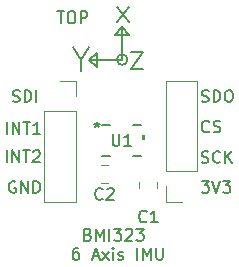
<source format=gbr>
%TF.GenerationSoftware,KiCad,Pcbnew,9.0.2*%
%TF.CreationDate,2025-06-11T13:19:55-07:00*%
%TF.ProjectId,IMU_Breakout,494d555f-4272-4656-916b-6f75742e6b69,0.1*%
%TF.SameCoordinates,Original*%
%TF.FileFunction,Legend,Top*%
%TF.FilePolarity,Positive*%
%FSLAX46Y46*%
G04 Gerber Fmt 4.6, Leading zero omitted, Abs format (unit mm)*
G04 Created by KiCad (PCBNEW 9.0.2) date 2025-06-11 13:19:55*
%MOMM*%
%LPD*%
G01*
G04 APERTURE LIST*
%ADD10C,0.150000*%
%ADD11C,0.120000*%
%ADD12C,0.152400*%
%ADD13C,0.000000*%
G04 APERTURE END LIST*
D10*
X224893922Y-113369819D02*
X225465350Y-113369819D01*
X225179636Y-114369819D02*
X225179636Y-113369819D01*
X225989160Y-113369819D02*
X226179636Y-113369819D01*
X226179636Y-113369819D02*
X226274874Y-113417438D01*
X226274874Y-113417438D02*
X226370112Y-113512676D01*
X226370112Y-113512676D02*
X226417731Y-113703152D01*
X226417731Y-113703152D02*
X226417731Y-114036485D01*
X226417731Y-114036485D02*
X226370112Y-114226961D01*
X226370112Y-114226961D02*
X226274874Y-114322200D01*
X226274874Y-114322200D02*
X226179636Y-114369819D01*
X226179636Y-114369819D02*
X225989160Y-114369819D01*
X225989160Y-114369819D02*
X225893922Y-114322200D01*
X225893922Y-114322200D02*
X225798684Y-114226961D01*
X225798684Y-114226961D02*
X225751065Y-114036485D01*
X225751065Y-114036485D02*
X225751065Y-113703152D01*
X225751065Y-113703152D02*
X225798684Y-113512676D01*
X225798684Y-113512676D02*
X225893922Y-113417438D01*
X225893922Y-113417438D02*
X225989160Y-113369819D01*
X226846303Y-114369819D02*
X226846303Y-113369819D01*
X226846303Y-113369819D02*
X227227255Y-113369819D01*
X227227255Y-113369819D02*
X227322493Y-113417438D01*
X227322493Y-113417438D02*
X227370112Y-113465057D01*
X227370112Y-113465057D02*
X227417731Y-113560295D01*
X227417731Y-113560295D02*
X227417731Y-113703152D01*
X227417731Y-113703152D02*
X227370112Y-113798390D01*
X227370112Y-113798390D02*
X227322493Y-113846009D01*
X227322493Y-113846009D02*
X227227255Y-113893628D01*
X227227255Y-113893628D02*
X226846303Y-113893628D01*
X229750000Y-115375000D02*
X230950000Y-115375000D01*
X228275000Y-118050000D02*
X228275000Y-116850000D01*
X230375000Y-117450000D02*
X227575000Y-117450000D01*
X230821542Y-117450000D02*
G75*
G02*
X229928458Y-117450000I-446542J0D01*
G01*
X229928458Y-117450000D02*
G75*
G02*
X230821542Y-117450000I446542J0D01*
G01*
X230350000Y-114675000D02*
X230950000Y-115375000D01*
X227575000Y-117450000D02*
X228275000Y-118050000D01*
X230350000Y-114675000D02*
X229750000Y-115375000D01*
X230350000Y-117475000D02*
X230350000Y-114675000D01*
X227575000Y-117450000D02*
X228275000Y-116850000D01*
X221114160Y-120997200D02*
X221257017Y-121044819D01*
X221257017Y-121044819D02*
X221495112Y-121044819D01*
X221495112Y-121044819D02*
X221590350Y-120997200D01*
X221590350Y-120997200D02*
X221637969Y-120949580D01*
X221637969Y-120949580D02*
X221685588Y-120854342D01*
X221685588Y-120854342D02*
X221685588Y-120759104D01*
X221685588Y-120759104D02*
X221637969Y-120663866D01*
X221637969Y-120663866D02*
X221590350Y-120616247D01*
X221590350Y-120616247D02*
X221495112Y-120568628D01*
X221495112Y-120568628D02*
X221304636Y-120521009D01*
X221304636Y-120521009D02*
X221209398Y-120473390D01*
X221209398Y-120473390D02*
X221161779Y-120425771D01*
X221161779Y-120425771D02*
X221114160Y-120330533D01*
X221114160Y-120330533D02*
X221114160Y-120235295D01*
X221114160Y-120235295D02*
X221161779Y-120140057D01*
X221161779Y-120140057D02*
X221209398Y-120092438D01*
X221209398Y-120092438D02*
X221304636Y-120044819D01*
X221304636Y-120044819D02*
X221542731Y-120044819D01*
X221542731Y-120044819D02*
X221685588Y-120092438D01*
X222114160Y-121044819D02*
X222114160Y-120044819D01*
X222114160Y-120044819D02*
X222352255Y-120044819D01*
X222352255Y-120044819D02*
X222495112Y-120092438D01*
X222495112Y-120092438D02*
X222590350Y-120187676D01*
X222590350Y-120187676D02*
X222637969Y-120282914D01*
X222637969Y-120282914D02*
X222685588Y-120473390D01*
X222685588Y-120473390D02*
X222685588Y-120616247D01*
X222685588Y-120616247D02*
X222637969Y-120806723D01*
X222637969Y-120806723D02*
X222590350Y-120901961D01*
X222590350Y-120901961D02*
X222495112Y-120997200D01*
X222495112Y-120997200D02*
X222352255Y-121044819D01*
X222352255Y-121044819D02*
X222114160Y-121044819D01*
X223114160Y-121044819D02*
X223114160Y-120044819D01*
X237089160Y-126147200D02*
X237232017Y-126194819D01*
X237232017Y-126194819D02*
X237470112Y-126194819D01*
X237470112Y-126194819D02*
X237565350Y-126147200D01*
X237565350Y-126147200D02*
X237612969Y-126099580D01*
X237612969Y-126099580D02*
X237660588Y-126004342D01*
X237660588Y-126004342D02*
X237660588Y-125909104D01*
X237660588Y-125909104D02*
X237612969Y-125813866D01*
X237612969Y-125813866D02*
X237565350Y-125766247D01*
X237565350Y-125766247D02*
X237470112Y-125718628D01*
X237470112Y-125718628D02*
X237279636Y-125671009D01*
X237279636Y-125671009D02*
X237184398Y-125623390D01*
X237184398Y-125623390D02*
X237136779Y-125575771D01*
X237136779Y-125575771D02*
X237089160Y-125480533D01*
X237089160Y-125480533D02*
X237089160Y-125385295D01*
X237089160Y-125385295D02*
X237136779Y-125290057D01*
X237136779Y-125290057D02*
X237184398Y-125242438D01*
X237184398Y-125242438D02*
X237279636Y-125194819D01*
X237279636Y-125194819D02*
X237517731Y-125194819D01*
X237517731Y-125194819D02*
X237660588Y-125242438D01*
X238660588Y-126099580D02*
X238612969Y-126147200D01*
X238612969Y-126147200D02*
X238470112Y-126194819D01*
X238470112Y-126194819D02*
X238374874Y-126194819D01*
X238374874Y-126194819D02*
X238232017Y-126147200D01*
X238232017Y-126147200D02*
X238136779Y-126051961D01*
X238136779Y-126051961D02*
X238089160Y-125956723D01*
X238089160Y-125956723D02*
X238041541Y-125766247D01*
X238041541Y-125766247D02*
X238041541Y-125623390D01*
X238041541Y-125623390D02*
X238089160Y-125432914D01*
X238089160Y-125432914D02*
X238136779Y-125337676D01*
X238136779Y-125337676D02*
X238232017Y-125242438D01*
X238232017Y-125242438D02*
X238374874Y-125194819D01*
X238374874Y-125194819D02*
X238470112Y-125194819D01*
X238470112Y-125194819D02*
X238612969Y-125242438D01*
X238612969Y-125242438D02*
X238660588Y-125290057D01*
X239089160Y-126194819D02*
X239089160Y-125194819D01*
X239660588Y-126194819D02*
X239232017Y-125623390D01*
X239660588Y-125194819D02*
X239089160Y-125766247D01*
X226905826Y-117470057D02*
X226905826Y-118422438D01*
X226239160Y-116422438D02*
X226905826Y-117470057D01*
X226905826Y-117470057D02*
X227572493Y-116422438D01*
X220611779Y-123719819D02*
X220611779Y-122719819D01*
X221087969Y-123719819D02*
X221087969Y-122719819D01*
X221087969Y-122719819D02*
X221659397Y-123719819D01*
X221659397Y-123719819D02*
X221659397Y-122719819D01*
X221992731Y-122719819D02*
X222564159Y-122719819D01*
X222278445Y-123719819D02*
X222278445Y-122719819D01*
X223421302Y-123719819D02*
X222849874Y-123719819D01*
X223135588Y-123719819D02*
X223135588Y-122719819D01*
X223135588Y-122719819D02*
X223040350Y-122862676D01*
X223040350Y-122862676D02*
X222945112Y-122957914D01*
X222945112Y-122957914D02*
X222849874Y-123005533D01*
X237114160Y-120997200D02*
X237257017Y-121044819D01*
X237257017Y-121044819D02*
X237495112Y-121044819D01*
X237495112Y-121044819D02*
X237590350Y-120997200D01*
X237590350Y-120997200D02*
X237637969Y-120949580D01*
X237637969Y-120949580D02*
X237685588Y-120854342D01*
X237685588Y-120854342D02*
X237685588Y-120759104D01*
X237685588Y-120759104D02*
X237637969Y-120663866D01*
X237637969Y-120663866D02*
X237590350Y-120616247D01*
X237590350Y-120616247D02*
X237495112Y-120568628D01*
X237495112Y-120568628D02*
X237304636Y-120521009D01*
X237304636Y-120521009D02*
X237209398Y-120473390D01*
X237209398Y-120473390D02*
X237161779Y-120425771D01*
X237161779Y-120425771D02*
X237114160Y-120330533D01*
X237114160Y-120330533D02*
X237114160Y-120235295D01*
X237114160Y-120235295D02*
X237161779Y-120140057D01*
X237161779Y-120140057D02*
X237209398Y-120092438D01*
X237209398Y-120092438D02*
X237304636Y-120044819D01*
X237304636Y-120044819D02*
X237542731Y-120044819D01*
X237542731Y-120044819D02*
X237685588Y-120092438D01*
X238114160Y-121044819D02*
X238114160Y-120044819D01*
X238114160Y-120044819D02*
X238352255Y-120044819D01*
X238352255Y-120044819D02*
X238495112Y-120092438D01*
X238495112Y-120092438D02*
X238590350Y-120187676D01*
X238590350Y-120187676D02*
X238637969Y-120282914D01*
X238637969Y-120282914D02*
X238685588Y-120473390D01*
X238685588Y-120473390D02*
X238685588Y-120616247D01*
X238685588Y-120616247D02*
X238637969Y-120806723D01*
X238637969Y-120806723D02*
X238590350Y-120901961D01*
X238590350Y-120901961D02*
X238495112Y-120997200D01*
X238495112Y-120997200D02*
X238352255Y-121044819D01*
X238352255Y-121044819D02*
X238114160Y-121044819D01*
X239304636Y-120044819D02*
X239495112Y-120044819D01*
X239495112Y-120044819D02*
X239590350Y-120092438D01*
X239590350Y-120092438D02*
X239685588Y-120187676D01*
X239685588Y-120187676D02*
X239733207Y-120378152D01*
X239733207Y-120378152D02*
X239733207Y-120711485D01*
X239733207Y-120711485D02*
X239685588Y-120901961D01*
X239685588Y-120901961D02*
X239590350Y-120997200D01*
X239590350Y-120997200D02*
X239495112Y-121044819D01*
X239495112Y-121044819D02*
X239304636Y-121044819D01*
X239304636Y-121044819D02*
X239209398Y-120997200D01*
X239209398Y-120997200D02*
X239114160Y-120901961D01*
X239114160Y-120901961D02*
X239066541Y-120711485D01*
X239066541Y-120711485D02*
X239066541Y-120378152D01*
X239066541Y-120378152D02*
X239114160Y-120187676D01*
X239114160Y-120187676D02*
X239209398Y-120092438D01*
X239209398Y-120092438D02*
X239304636Y-120044819D01*
X221335588Y-127792438D02*
X221240350Y-127744819D01*
X221240350Y-127744819D02*
X221097493Y-127744819D01*
X221097493Y-127744819D02*
X220954636Y-127792438D01*
X220954636Y-127792438D02*
X220859398Y-127887676D01*
X220859398Y-127887676D02*
X220811779Y-127982914D01*
X220811779Y-127982914D02*
X220764160Y-128173390D01*
X220764160Y-128173390D02*
X220764160Y-128316247D01*
X220764160Y-128316247D02*
X220811779Y-128506723D01*
X220811779Y-128506723D02*
X220859398Y-128601961D01*
X220859398Y-128601961D02*
X220954636Y-128697200D01*
X220954636Y-128697200D02*
X221097493Y-128744819D01*
X221097493Y-128744819D02*
X221192731Y-128744819D01*
X221192731Y-128744819D02*
X221335588Y-128697200D01*
X221335588Y-128697200D02*
X221383207Y-128649580D01*
X221383207Y-128649580D02*
X221383207Y-128316247D01*
X221383207Y-128316247D02*
X221192731Y-128316247D01*
X221811779Y-128744819D02*
X221811779Y-127744819D01*
X221811779Y-127744819D02*
X222383207Y-128744819D01*
X222383207Y-128744819D02*
X222383207Y-127744819D01*
X222859398Y-128744819D02*
X222859398Y-127744819D01*
X222859398Y-127744819D02*
X223097493Y-127744819D01*
X223097493Y-127744819D02*
X223240350Y-127792438D01*
X223240350Y-127792438D02*
X223335588Y-127887676D01*
X223335588Y-127887676D02*
X223383207Y-127982914D01*
X223383207Y-127982914D02*
X223430826Y-128173390D01*
X223430826Y-128173390D02*
X223430826Y-128316247D01*
X223430826Y-128316247D02*
X223383207Y-128506723D01*
X223383207Y-128506723D02*
X223335588Y-128601961D01*
X223335588Y-128601961D02*
X223240350Y-128697200D01*
X223240350Y-128697200D02*
X223097493Y-128744819D01*
X223097493Y-128744819D02*
X222859398Y-128744819D01*
X220586779Y-126144819D02*
X220586779Y-125144819D01*
X221062969Y-126144819D02*
X221062969Y-125144819D01*
X221062969Y-125144819D02*
X221634397Y-126144819D01*
X221634397Y-126144819D02*
X221634397Y-125144819D01*
X221967731Y-125144819D02*
X222539159Y-125144819D01*
X222253445Y-126144819D02*
X222253445Y-125144819D01*
X222824874Y-125240057D02*
X222872493Y-125192438D01*
X222872493Y-125192438D02*
X222967731Y-125144819D01*
X222967731Y-125144819D02*
X223205826Y-125144819D01*
X223205826Y-125144819D02*
X223301064Y-125192438D01*
X223301064Y-125192438D02*
X223348683Y-125240057D01*
X223348683Y-125240057D02*
X223396302Y-125335295D01*
X223396302Y-125335295D02*
X223396302Y-125430533D01*
X223396302Y-125430533D02*
X223348683Y-125573390D01*
X223348683Y-125573390D02*
X222777255Y-126144819D01*
X222777255Y-126144819D02*
X223396302Y-126144819D01*
X229934398Y-114297438D02*
X230982017Y-112964104D01*
X229934398Y-112964104D02*
X230982017Y-114297438D01*
X237091541Y-127719819D02*
X237710588Y-127719819D01*
X237710588Y-127719819D02*
X237377255Y-128100771D01*
X237377255Y-128100771D02*
X237520112Y-128100771D01*
X237520112Y-128100771D02*
X237615350Y-128148390D01*
X237615350Y-128148390D02*
X237662969Y-128196009D01*
X237662969Y-128196009D02*
X237710588Y-128291247D01*
X237710588Y-128291247D02*
X237710588Y-128529342D01*
X237710588Y-128529342D02*
X237662969Y-128624580D01*
X237662969Y-128624580D02*
X237615350Y-128672200D01*
X237615350Y-128672200D02*
X237520112Y-128719819D01*
X237520112Y-128719819D02*
X237234398Y-128719819D01*
X237234398Y-128719819D02*
X237139160Y-128672200D01*
X237139160Y-128672200D02*
X237091541Y-128624580D01*
X237996303Y-127719819D02*
X238329636Y-128719819D01*
X238329636Y-128719819D02*
X238662969Y-127719819D01*
X238901065Y-127719819D02*
X239520112Y-127719819D01*
X239520112Y-127719819D02*
X239186779Y-128100771D01*
X239186779Y-128100771D02*
X239329636Y-128100771D01*
X239329636Y-128100771D02*
X239424874Y-128148390D01*
X239424874Y-128148390D02*
X239472493Y-128196009D01*
X239472493Y-128196009D02*
X239520112Y-128291247D01*
X239520112Y-128291247D02*
X239520112Y-128529342D01*
X239520112Y-128529342D02*
X239472493Y-128624580D01*
X239472493Y-128624580D02*
X239424874Y-128672200D01*
X239424874Y-128672200D02*
X239329636Y-128719819D01*
X239329636Y-128719819D02*
X239043922Y-128719819D01*
X239043922Y-128719819D02*
X238948684Y-128672200D01*
X238948684Y-128672200D02*
X238901065Y-128624580D01*
X231142969Y-116778628D02*
X232142969Y-116778628D01*
X232142969Y-116778628D02*
X231142969Y-118278628D01*
X231142969Y-118278628D02*
X232142969Y-118278628D01*
X227477381Y-132261065D02*
X227620238Y-132308684D01*
X227620238Y-132308684D02*
X227667857Y-132356303D01*
X227667857Y-132356303D02*
X227715476Y-132451541D01*
X227715476Y-132451541D02*
X227715476Y-132594398D01*
X227715476Y-132594398D02*
X227667857Y-132689636D01*
X227667857Y-132689636D02*
X227620238Y-132737256D01*
X227620238Y-132737256D02*
X227525000Y-132784875D01*
X227525000Y-132784875D02*
X227144048Y-132784875D01*
X227144048Y-132784875D02*
X227144048Y-131784875D01*
X227144048Y-131784875D02*
X227477381Y-131784875D01*
X227477381Y-131784875D02*
X227572619Y-131832494D01*
X227572619Y-131832494D02*
X227620238Y-131880113D01*
X227620238Y-131880113D02*
X227667857Y-131975351D01*
X227667857Y-131975351D02*
X227667857Y-132070589D01*
X227667857Y-132070589D02*
X227620238Y-132165827D01*
X227620238Y-132165827D02*
X227572619Y-132213446D01*
X227572619Y-132213446D02*
X227477381Y-132261065D01*
X227477381Y-132261065D02*
X227144048Y-132261065D01*
X228144048Y-132784875D02*
X228144048Y-131784875D01*
X228144048Y-131784875D02*
X228477381Y-132499160D01*
X228477381Y-132499160D02*
X228810714Y-131784875D01*
X228810714Y-131784875D02*
X228810714Y-132784875D01*
X229286905Y-132784875D02*
X229286905Y-131784875D01*
X229667857Y-131784875D02*
X230286904Y-131784875D01*
X230286904Y-131784875D02*
X229953571Y-132165827D01*
X229953571Y-132165827D02*
X230096428Y-132165827D01*
X230096428Y-132165827D02*
X230191666Y-132213446D01*
X230191666Y-132213446D02*
X230239285Y-132261065D01*
X230239285Y-132261065D02*
X230286904Y-132356303D01*
X230286904Y-132356303D02*
X230286904Y-132594398D01*
X230286904Y-132594398D02*
X230239285Y-132689636D01*
X230239285Y-132689636D02*
X230191666Y-132737256D01*
X230191666Y-132737256D02*
X230096428Y-132784875D01*
X230096428Y-132784875D02*
X229810714Y-132784875D01*
X229810714Y-132784875D02*
X229715476Y-132737256D01*
X229715476Y-132737256D02*
X229667857Y-132689636D01*
X230667857Y-131880113D02*
X230715476Y-131832494D01*
X230715476Y-131832494D02*
X230810714Y-131784875D01*
X230810714Y-131784875D02*
X231048809Y-131784875D01*
X231048809Y-131784875D02*
X231144047Y-131832494D01*
X231144047Y-131832494D02*
X231191666Y-131880113D01*
X231191666Y-131880113D02*
X231239285Y-131975351D01*
X231239285Y-131975351D02*
X231239285Y-132070589D01*
X231239285Y-132070589D02*
X231191666Y-132213446D01*
X231191666Y-132213446D02*
X230620238Y-132784875D01*
X230620238Y-132784875D02*
X231239285Y-132784875D01*
X231572619Y-131784875D02*
X232191666Y-131784875D01*
X232191666Y-131784875D02*
X231858333Y-132165827D01*
X231858333Y-132165827D02*
X232001190Y-132165827D01*
X232001190Y-132165827D02*
X232096428Y-132213446D01*
X232096428Y-132213446D02*
X232144047Y-132261065D01*
X232144047Y-132261065D02*
X232191666Y-132356303D01*
X232191666Y-132356303D02*
X232191666Y-132594398D01*
X232191666Y-132594398D02*
X232144047Y-132689636D01*
X232144047Y-132689636D02*
X232096428Y-132737256D01*
X232096428Y-132737256D02*
X232001190Y-132784875D01*
X232001190Y-132784875D02*
X231715476Y-132784875D01*
X231715476Y-132784875D02*
X231620238Y-132737256D01*
X231620238Y-132737256D02*
X231572619Y-132689636D01*
X226644047Y-133394819D02*
X226453571Y-133394819D01*
X226453571Y-133394819D02*
X226358333Y-133442438D01*
X226358333Y-133442438D02*
X226310714Y-133490057D01*
X226310714Y-133490057D02*
X226215476Y-133632914D01*
X226215476Y-133632914D02*
X226167857Y-133823390D01*
X226167857Y-133823390D02*
X226167857Y-134204342D01*
X226167857Y-134204342D02*
X226215476Y-134299580D01*
X226215476Y-134299580D02*
X226263095Y-134347200D01*
X226263095Y-134347200D02*
X226358333Y-134394819D01*
X226358333Y-134394819D02*
X226548809Y-134394819D01*
X226548809Y-134394819D02*
X226644047Y-134347200D01*
X226644047Y-134347200D02*
X226691666Y-134299580D01*
X226691666Y-134299580D02*
X226739285Y-134204342D01*
X226739285Y-134204342D02*
X226739285Y-133966247D01*
X226739285Y-133966247D02*
X226691666Y-133871009D01*
X226691666Y-133871009D02*
X226644047Y-133823390D01*
X226644047Y-133823390D02*
X226548809Y-133775771D01*
X226548809Y-133775771D02*
X226358333Y-133775771D01*
X226358333Y-133775771D02*
X226263095Y-133823390D01*
X226263095Y-133823390D02*
X226215476Y-133871009D01*
X226215476Y-133871009D02*
X226167857Y-133966247D01*
X227882143Y-134109104D02*
X228358333Y-134109104D01*
X227786905Y-134394819D02*
X228120238Y-133394819D01*
X228120238Y-133394819D02*
X228453571Y-134394819D01*
X228691667Y-134394819D02*
X229215476Y-133728152D01*
X228691667Y-133728152D02*
X229215476Y-134394819D01*
X229596429Y-134394819D02*
X229596429Y-133728152D01*
X229596429Y-133394819D02*
X229548810Y-133442438D01*
X229548810Y-133442438D02*
X229596429Y-133490057D01*
X229596429Y-133490057D02*
X229644048Y-133442438D01*
X229644048Y-133442438D02*
X229596429Y-133394819D01*
X229596429Y-133394819D02*
X229596429Y-133490057D01*
X230025000Y-134347200D02*
X230120238Y-134394819D01*
X230120238Y-134394819D02*
X230310714Y-134394819D01*
X230310714Y-134394819D02*
X230405952Y-134347200D01*
X230405952Y-134347200D02*
X230453571Y-134251961D01*
X230453571Y-134251961D02*
X230453571Y-134204342D01*
X230453571Y-134204342D02*
X230405952Y-134109104D01*
X230405952Y-134109104D02*
X230310714Y-134061485D01*
X230310714Y-134061485D02*
X230167857Y-134061485D01*
X230167857Y-134061485D02*
X230072619Y-134013866D01*
X230072619Y-134013866D02*
X230025000Y-133918628D01*
X230025000Y-133918628D02*
X230025000Y-133871009D01*
X230025000Y-133871009D02*
X230072619Y-133775771D01*
X230072619Y-133775771D02*
X230167857Y-133728152D01*
X230167857Y-133728152D02*
X230310714Y-133728152D01*
X230310714Y-133728152D02*
X230405952Y-133775771D01*
X231644048Y-134394819D02*
X231644048Y-133394819D01*
X232120238Y-134394819D02*
X232120238Y-133394819D01*
X232120238Y-133394819D02*
X232453571Y-134109104D01*
X232453571Y-134109104D02*
X232786904Y-133394819D01*
X232786904Y-133394819D02*
X232786904Y-134394819D01*
X233263095Y-133394819D02*
X233263095Y-134204342D01*
X233263095Y-134204342D02*
X233310714Y-134299580D01*
X233310714Y-134299580D02*
X233358333Y-134347200D01*
X233358333Y-134347200D02*
X233453571Y-134394819D01*
X233453571Y-134394819D02*
X233644047Y-134394819D01*
X233644047Y-134394819D02*
X233739285Y-134347200D01*
X233739285Y-134347200D02*
X233786904Y-134299580D01*
X233786904Y-134299580D02*
X233834523Y-134204342D01*
X233834523Y-134204342D02*
X233834523Y-133394819D01*
X237733207Y-123524580D02*
X237685588Y-123572200D01*
X237685588Y-123572200D02*
X237542731Y-123619819D01*
X237542731Y-123619819D02*
X237447493Y-123619819D01*
X237447493Y-123619819D02*
X237304636Y-123572200D01*
X237304636Y-123572200D02*
X237209398Y-123476961D01*
X237209398Y-123476961D02*
X237161779Y-123381723D01*
X237161779Y-123381723D02*
X237114160Y-123191247D01*
X237114160Y-123191247D02*
X237114160Y-123048390D01*
X237114160Y-123048390D02*
X237161779Y-122857914D01*
X237161779Y-122857914D02*
X237209398Y-122762676D01*
X237209398Y-122762676D02*
X237304636Y-122667438D01*
X237304636Y-122667438D02*
X237447493Y-122619819D01*
X237447493Y-122619819D02*
X237542731Y-122619819D01*
X237542731Y-122619819D02*
X237685588Y-122667438D01*
X237685588Y-122667438D02*
X237733207Y-122715057D01*
X238114160Y-123572200D02*
X238257017Y-123619819D01*
X238257017Y-123619819D02*
X238495112Y-123619819D01*
X238495112Y-123619819D02*
X238590350Y-123572200D01*
X238590350Y-123572200D02*
X238637969Y-123524580D01*
X238637969Y-123524580D02*
X238685588Y-123429342D01*
X238685588Y-123429342D02*
X238685588Y-123334104D01*
X238685588Y-123334104D02*
X238637969Y-123238866D01*
X238637969Y-123238866D02*
X238590350Y-123191247D01*
X238590350Y-123191247D02*
X238495112Y-123143628D01*
X238495112Y-123143628D02*
X238304636Y-123096009D01*
X238304636Y-123096009D02*
X238209398Y-123048390D01*
X238209398Y-123048390D02*
X238161779Y-123000771D01*
X238161779Y-123000771D02*
X238114160Y-122905533D01*
X238114160Y-122905533D02*
X238114160Y-122810295D01*
X238114160Y-122810295D02*
X238161779Y-122715057D01*
X238161779Y-122715057D02*
X238209398Y-122667438D01*
X238209398Y-122667438D02*
X238304636Y-122619819D01*
X238304636Y-122619819D02*
X238542731Y-122619819D01*
X238542731Y-122619819D02*
X238685588Y-122667438D01*
X232433333Y-131134580D02*
X232385714Y-131182200D01*
X232385714Y-131182200D02*
X232242857Y-131229819D01*
X232242857Y-131229819D02*
X232147619Y-131229819D01*
X232147619Y-131229819D02*
X232004762Y-131182200D01*
X232004762Y-131182200D02*
X231909524Y-131086961D01*
X231909524Y-131086961D02*
X231861905Y-130991723D01*
X231861905Y-130991723D02*
X231814286Y-130801247D01*
X231814286Y-130801247D02*
X231814286Y-130658390D01*
X231814286Y-130658390D02*
X231861905Y-130467914D01*
X231861905Y-130467914D02*
X231909524Y-130372676D01*
X231909524Y-130372676D02*
X232004762Y-130277438D01*
X232004762Y-130277438D02*
X232147619Y-130229819D01*
X232147619Y-130229819D02*
X232242857Y-130229819D01*
X232242857Y-130229819D02*
X232385714Y-130277438D01*
X232385714Y-130277438D02*
X232433333Y-130325057D01*
X233385714Y-131229819D02*
X232814286Y-131229819D01*
X233100000Y-131229819D02*
X233100000Y-130229819D01*
X233100000Y-130229819D02*
X233004762Y-130372676D01*
X233004762Y-130372676D02*
X232909524Y-130467914D01*
X232909524Y-130467914D02*
X232814286Y-130515533D01*
X228708333Y-129234580D02*
X228660714Y-129282200D01*
X228660714Y-129282200D02*
X228517857Y-129329819D01*
X228517857Y-129329819D02*
X228422619Y-129329819D01*
X228422619Y-129329819D02*
X228279762Y-129282200D01*
X228279762Y-129282200D02*
X228184524Y-129186961D01*
X228184524Y-129186961D02*
X228136905Y-129091723D01*
X228136905Y-129091723D02*
X228089286Y-128901247D01*
X228089286Y-128901247D02*
X228089286Y-128758390D01*
X228089286Y-128758390D02*
X228136905Y-128567914D01*
X228136905Y-128567914D02*
X228184524Y-128472676D01*
X228184524Y-128472676D02*
X228279762Y-128377438D01*
X228279762Y-128377438D02*
X228422619Y-128329819D01*
X228422619Y-128329819D02*
X228517857Y-128329819D01*
X228517857Y-128329819D02*
X228660714Y-128377438D01*
X228660714Y-128377438D02*
X228708333Y-128425057D01*
X229089286Y-128425057D02*
X229136905Y-128377438D01*
X229136905Y-128377438D02*
X229232143Y-128329819D01*
X229232143Y-128329819D02*
X229470238Y-128329819D01*
X229470238Y-128329819D02*
X229565476Y-128377438D01*
X229565476Y-128377438D02*
X229613095Y-128425057D01*
X229613095Y-128425057D02*
X229660714Y-128520295D01*
X229660714Y-128520295D02*
X229660714Y-128615533D01*
X229660714Y-128615533D02*
X229613095Y-128758390D01*
X229613095Y-128758390D02*
X229041667Y-129329819D01*
X229041667Y-129329819D02*
X229660714Y-129329819D01*
X229563095Y-123754819D02*
X229563095Y-124564342D01*
X229563095Y-124564342D02*
X229610714Y-124659580D01*
X229610714Y-124659580D02*
X229658333Y-124707200D01*
X229658333Y-124707200D02*
X229753571Y-124754819D01*
X229753571Y-124754819D02*
X229944047Y-124754819D01*
X229944047Y-124754819D02*
X230039285Y-124707200D01*
X230039285Y-124707200D02*
X230086904Y-124659580D01*
X230086904Y-124659580D02*
X230134523Y-124564342D01*
X230134523Y-124564342D02*
X230134523Y-123754819D01*
X231134523Y-124754819D02*
X230563095Y-124754819D01*
X230848809Y-124754819D02*
X230848809Y-123754819D01*
X230848809Y-123754819D02*
X230753571Y-123897676D01*
X230753571Y-123897676D02*
X230658333Y-123992914D01*
X230658333Y-123992914D02*
X230563095Y-124040533D01*
X228242200Y-122754819D02*
X228242200Y-122992914D01*
X228004105Y-122897676D02*
X228242200Y-122992914D01*
X228242200Y-122992914D02*
X228480295Y-122897676D01*
X228099343Y-123183390D02*
X228242200Y-122992914D01*
X228242200Y-122992914D02*
X228385057Y-123183390D01*
D11*
%TO.C,C1*%
X233285000Y-127813748D02*
X233285000Y-128336252D01*
X231815000Y-127813748D02*
X231815000Y-128336252D01*
%TO.C,C2*%
X228613748Y-126415000D02*
X229136252Y-126415000D01*
X228613748Y-127885000D02*
X229136252Y-127885000D01*
%TO.C,J2*%
X236730000Y-126905000D02*
X236730000Y-119225000D01*
X236730000Y-126905000D02*
X234070000Y-126905000D01*
X236730000Y-119225000D02*
X234070000Y-119225000D01*
X235400000Y-129505000D02*
X234070000Y-129505000D01*
X234070000Y-129505000D02*
X234070000Y-128175000D01*
X234070000Y-126905000D02*
X234070000Y-119225000D01*
%TO.C,J1*%
X223770000Y-121840000D02*
X223770000Y-129520000D01*
X223770000Y-121840000D02*
X226430000Y-121840000D01*
X223770000Y-129520000D02*
X226430000Y-129520000D01*
X225100000Y-119240000D02*
X226430000Y-119240000D01*
X226430000Y-119240000D02*
X226430000Y-120570000D01*
X226430000Y-121840000D02*
X226430000Y-129520000D01*
D12*
%TO.C,U1*%
X228699400Y-125620800D02*
X229360109Y-125620800D01*
X229360109Y-122979200D02*
X228699400Y-122979200D01*
X231289891Y-125620800D02*
X231950600Y-125620800D01*
X231950600Y-122979200D02*
X231289891Y-122979200D01*
D13*
G36*
X232280800Y-124240501D02*
G01*
X232026800Y-124240501D01*
X232026800Y-123859500D01*
X232280800Y-123859500D01*
X232280800Y-124240501D01*
G37*
%TD*%
M02*

</source>
